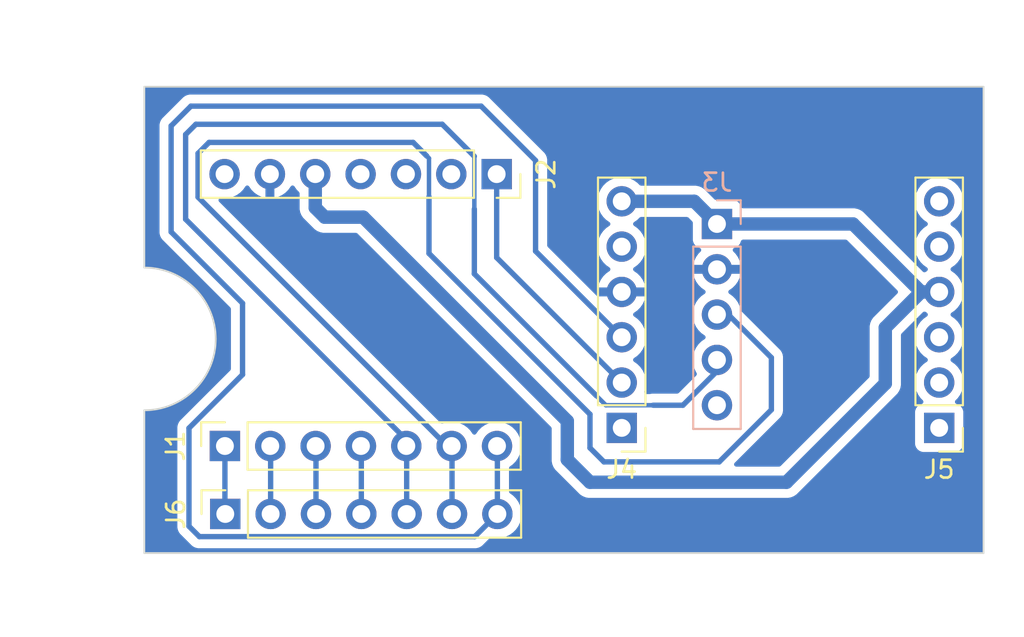
<source format=kicad_pcb>
(kicad_pcb (version 20240108) (generator "pcbnew") (generator_version "8.0")
  (layers (0 "F.Cu" signal) (31 "B.Cu" signal) (34 "B.Paste" user) (35 "F.Paste" user) (36 "B.SilkS" user "B.Silkscreen") (37 "F.SilkS" user "F.Silkscreen") (38 "B.Mask" user) (39 "F.Mask" user) (44 "Edge.Cuts" user))
  (net 0 "")
  (net 1 "/D0")
  (net 2 "/D1")
  (net 3 "/D2")
  (net 4 "/D3")
  (net 5 "/D4_SDA")
  (net 6 "/D5_SCL")
  (net 7 "/D6_TX")
  (net 8 "/D7_RX")
  (net 9 "/D8_SCK")
  (net 10 "/D9_MISO")
  (net 11 "/D10_MOSI")
  (net 12 "+3V3")
  (net 13 "GND")
  (net 14 "+5V")
  (footprint "Connector_PinHeader_2.54mm:PinHeader_1x06_P2.54mm_Vertical" (layer "F.Cu") (at 144.018 78.486 180)
    (property "Reference" "J5" (at 0 -2.33 360) (layer "F.SilkS"))
    (property "Value" "BNO085_Top")
    (fp_line (start 1.33 1.270001) (end 1.33 14.03) (stroke (width 0.12)) (layer "F.SilkS"))
    (fp_line (start -1.33 14.03) (end 1.33 14.03) (stroke (width 0.12)) (layer "F.SilkS"))
    (fp_line (start -1.33 1.270001) (end 1.33 1.270001) (stroke (width 0.12)) (layer "F.SilkS"))
    (fp_line (start -1.33 1.270001) (end -1.33 14.03) (stroke (width 0.12)) (layer "F.SilkS"))
    (fp_line (start -1.33 0) (end -1.33 -1.33) (stroke (width 0.12)) (layer "F.SilkS"))
    (fp_line (start -1.33 -1.33) (end 0 -1.33) (stroke (width 0.12)) (layer "F.SilkS"))
    (pad "1" thru_hole rect (at 0 0 180) (size 1.7 1.7) (drill 1) (layers "*.Cu" "*.Mask"))
    (pad "2" thru_hole oval (at 0 2.54 180) (size 1.7 1.7) (drill 1) (layers "*.Cu" "*.Mask"))
    (pad "3" thru_hole oval (at 0 5.079999 180) (size 1.7 1.7) (drill 1) (layers "*.Cu" "*.Mask"))
    (pad "4" thru_hole oval (at 0 7.62 180) (size 1.7 1.7) (drill 1) (layers "*.Cu" "*.Mask") (net 12 "+3V3"))
    (pad "5" thru_hole oval (at 0 10.16 180) (size 1.7 1.7) (drill 1) (layers "*.Cu" "*.Mask"))
    (pad "6" thru_hole oval (at 0 12.7 180) (size 1.7 1.7) (drill 1) (layers "*.Cu" "*.Mask"))
  )
  (footprint "Connector_PinSocket_2.54mm:PinSocket_1x07_P2.54mm_Vertical" (layer "F.Cu") (at 104.033 83.312 90)
    (property "Reference" "J6" (at 0 -2.77 90) (layer "F.SilkS"))
    (property "Value" "Xiao_Left_Headers")
    (fp_line (start 1.33 -1.33) (end 1.33 0) (stroke (width 0.12)) (layer "F.SilkS"))
    (fp_line (start 0 -1.33) (end 1.33 -1.33) (stroke (width 0.12)) (layer "F.SilkS"))
    (fp_line (start 1.33 1.27) (end 1.33 16.57) (stroke (width 0.12)) (layer "F.SilkS"))
    (fp_line (start -1.33 1.27) (end 1.33 1.27) (stroke (width 0.12)) (layer "F.SilkS"))
    (fp_line (start -1.33 1.27) (end -1.33 16.57) (stroke (width 0.12)) (layer "F.SilkS"))
    (fp_line (start -1.33 16.57) (end 1.33 16.57) (stroke (width 0.12)) (layer "F.SilkS"))
    (pad "1" thru_hole rect (at 0 0 90) (size 1.7 1.7) (drill 1) (layers "*.Cu" "*.Mask") (net 1 "/D0"))
    (pad "2" thru_hole oval (at 0 2.54 90) (size 1.7 1.7) (drill 1) (layers "*.Cu" "*.Mask") (net 2 "/D1"))
    (pad "3" thru_hole oval (at 0 5.08 90) (size 1.7 1.7) (drill 1) (layers "*.Cu" "*.Mask") (net 3 "/D2"))
    (pad "4" thru_hole oval (at 0 7.62 90) (size 1.7 1.7) (drill 1) (layers "*.Cu" "*.Mask") (net 4 "/D3"))
    (pad "5" thru_hole oval (at 0 10.16 90) (size 1.7 1.7) (drill 1) (layers "*.Cu" "*.Mask") (net 5 "/D4_SDA"))
    (pad "6" thru_hole oval (at 0 12.7 90) (size 1.7 1.7) (drill 1) (layers "*.Cu" "*.Mask") (net 6 "/D5_SCL"))
    (pad "7" thru_hole oval (at 0 15.24 90) (size 1.7 1.7) (drill 1) (layers "*.Cu" "*.Mask") (net 7 "/D6_TX"))
  )
  (footprint "Connector_PinHeader_2.54mm:PinHeader_1x06_P2.54mm_Vertical" (layer "F.Cu") (at 126.238 78.486 180)
    (property "Reference" "J4" (at 0 -2.33 360) (layer "F.SilkS"))
    (property "Value" "BNO085_Bottom")
    (fp_line (start 1.33 1.270001) (end 1.33 14.03) (stroke (width 0.12)) (layer "F.SilkS"))
    (fp_line (start -1.33 14.03) (end 1.33 14.03) (stroke (width 0.12)) (layer "F.SilkS"))
    (fp_line (start -1.33 1.270001) (end 1.33 1.270001) (stroke (width 0.12)) (layer "F.SilkS"))
    (fp_line (start -1.33 1.270001) (end -1.33 14.03) (stroke (width 0.12)) (layer "F.SilkS"))
    (fp_line (start -1.33 0) (end -1.33 -1.33) (stroke (width 0.12)) (layer "F.SilkS"))
    (fp_line (start -1.33 -1.33) (end 0 -1.33) (stroke (width 0.12)) (layer "F.SilkS"))
    (pad "1" thru_hole rect (at 0 0 180) (size 1.7 1.7) (drill 1) (layers "*.Cu" "*.Mask"))
    (pad "2" thru_hole oval (at 0 2.54 180) (size 1.7 1.7) (drill 1) (layers "*.Cu" "*.Mask") (net 8 "/D7_RX"))
    (pad "3" thru_hole oval (at 0 5.079999 180) (size 1.7 1.7) (drill 1) (layers "*.Cu" "*.Mask") (net 7 "/D6_TX"))
    (pad "4" thru_hole oval (at 0 7.62 180) (size 1.7 1.7) (drill 1) (layers "*.Cu" "*.Mask") (net 13 "GND"))
    (pad "5" thru_hole oval (at 0 10.16 180) (size 1.7 1.7) (drill 1) (layers "*.Cu" "*.Mask"))
    (pad "6" thru_hole oval (at 0 12.7 180) (size 1.7 1.7) (drill 1) (layers "*.Cu" "*.Mask") (net 12 "+3V3"))
  )
  (footprint "Connector_PinSocket_2.54mm:PinSocket_1x07_P2.54mm_Vertical" (layer "F.Cu") (at 119.233 64.262 -90)
    (property "Reference" "J2" (at 0 -2.77 90) (layer "F.SilkS"))
    (property "Value" "Xiao_Right")
    (fp_line (start -1.33 16.57) (end 1.33 16.57) (stroke (width 0.12)) (layer "F.SilkS"))
    (fp_line (start -1.33 1.27) (end -1.33 16.57) (stroke (width 0.12)) (layer "F.SilkS"))
    (fp_line (start -1.33 1.27) (end 1.33 1.27) (stroke (width 0.12)) (layer "F.SilkS"))
    (fp_line (start 1.33 1.27) (end 1.33 16.57) (stroke (width 0.12)) (layer "F.SilkS"))
    (fp_line (start 0 -1.33) (end 1.33 -1.33) (stroke (width 0.12)) (layer "F.SilkS"))
    (fp_line (start 1.33 -1.33) (end 1.33 0) (stroke (width 0.12)) (layer "F.SilkS"))
    (pad "1" thru_hole rect (at 0 0 270) (size 1.7 1.7) (drill 1) (layers "*.Cu" "*.Mask") (net 8 "/D7_RX"))
    (pad "2" thru_hole oval (at 0 2.54 270) (size 1.7 1.7) (drill 1) (layers "*.Cu" "*.Mask") (net 9 "/D8_SCK"))
    (pad "3" thru_hole oval (at 0 5.08 270) (size 1.7 1.7) (drill 1) (layers "*.Cu" "*.Mask") (net 10 "/D9_MISO"))
    (pad "4" thru_hole oval (at 0 7.62 270) (size 1.7 1.7) (drill 1) (layers "*.Cu" "*.Mask") (net 11 "/D10_MOSI"))
    (pad "5" thru_hole oval (at 0 10.16 270) (size 1.7 1.7) (drill 1) (layers "*.Cu" "*.Mask") (net 12 "+3V3"))
    (pad "6" thru_hole oval (at 0 12.7 270) (size 1.7 1.7) (drill 1) (layers "*.Cu" "*.Mask") (net 13 "GND"))
    (pad "7" thru_hole oval (at 0 15.24 270) (size 1.7 1.7) (drill 1) (layers "*.Cu" "*.Mask") (net 14 "+5V"))
  )
  (footprint "Connector_PinSocket_2.54mm:PinSocket_1x07_P2.54mm_Vertical" (layer "F.Cu") (at 104.013 79.502 90)
    (property "Reference" "J1" (at 0 -2.77 90) (layer "F.SilkS"))
    (property "Value" "Xiao_Left")
    (fp_line (start 1.33 -1.33) (end 1.33 0) (stroke (width 0.12)) (layer "F.SilkS"))
    (fp_line (start 0 -1.33) (end 1.33 -1.33) (stroke (width 0.12)) (layer "F.SilkS"))
    (fp_line (start 1.33 1.27) (end 1.33 16.57) (stroke (width 0.12)) (layer "F.SilkS"))
    (fp_line (start -1.33 1.27) (end 1.33 1.27) (stroke (width 0.12)) (layer "F.SilkS"))
    (fp_line (start -1.33 1.27) (end -1.33 16.57) (stroke (width 0.12)) (layer "F.SilkS"))
    (fp_line (start -1.33 16.57) (end 1.33 16.57) (stroke (width 0.12)) (layer "F.SilkS"))
    (pad "1" thru_hole rect (at 0 0 90) (size 1.7 1.7) (drill 1) (layers "*.Cu" "*.Mask") (net 1 "/D0"))
    (pad "2" thru_hole oval (at 0 2.54 90) (size 1.7 1.7) (drill 1) (layers "*.Cu" "*.Mask") (net 2 "/D1"))
    (pad "3" thru_hole oval (at 0 5.08 90) (size 1.7 1.7) (drill 1) (layers "*.Cu" "*.Mask") (net 3 "/D2"))
    (pad "4" thru_hole oval (at 0 7.62 90) (size 1.7 1.7) (drill 1) (layers "*.Cu" "*.Mask") (net 4 "/D3"))
    (pad "5" thru_hole oval (at 0 10.16 90) (size 1.7 1.7) (drill 1) (layers "*.Cu" "*.Mask") (net 5 "/D4_SDA"))
    (pad "6" thru_hole oval (at 0 12.7 90) (size 1.7 1.7) (drill 1) (layers "*.Cu" "*.Mask") (net 6 "/D5_SCL"))
    (pad "7" thru_hole oval (at 0 15.24 90) (size 1.7 1.7) (drill 1) (layers "*.Cu" "*.Mask") (net 7 "/D6_TX"))
  )
  (footprint "Connector_PinHeader_2.54mm:PinHeader_1x05_P2.54mm_Vertical" (layer "B.Cu") (at 131.572 67.056 180)
    (property "Reference" "J3" (at 0 2.33 360) (layer "B.SilkS") (effects (justify mirror)))
    (property "Value" "DRV2605_underboard")
    (fp_line (start 1.33 -1.270001) (end -1.33 -1.270001) (stroke (width 0.12)) (layer "B.SilkS"))
    (fp_line (start 1.33 -11.49) (end 1.33 -1.270001) (stroke (width 0.12)) (layer "B.SilkS"))
    (fp_line (start 1.33 -11.49) (end -1.33 -11.49) (stroke (width 0.12)) (layer "B.SilkS"))
    (fp_line (start 0 1.33) (end -1.33 1.33) (stroke (width 0.12)) (layer "B.SilkS"))
    (fp_line (start -1.33 1.33) (end -1.33 0) (stroke (width 0.12)) (layer "B.SilkS"))
    (fp_line (start -1.33 -11.49) (end -1.33 -1.270001) (stroke (width 0.12)) (layer "B.SilkS"))
    (pad "1" thru_hole rect (at 0 0 180) (size 1.7 1.7) (drill 1) (layers "*.Cu" "*.Mask") (net 12 "+3V3"))
    (pad "2" thru_hole oval (at 0 -2.54 180) (size 1.7 1.7) (drill 1) (layers "*.Cu" "*.Mask") (net 13 "GND"))
    (pad "3" thru_hole oval (at 0 -5.079999 180) (size 1.7 1.7) (drill 1) (layers "*.Cu" "*.Mask") (net 6 "/D5_SCL"))
    (pad "4" thru_hole oval (at 0 -7.62 180) (size 1.7 1.7) (drill 1) (layers "*.Cu" "*.Mask") (net 5 "/D4_SDA"))
    (pad "5" thru_hole oval (at 0 -10.16 180) (size 1.7 1.7) (drill 1) (layers "*.Cu" "*.Mask"))
  )
  (gr_line (start 146.5 59.365) (end 146.5 85.5) (stroke (width 0.1)) (layer "Edge.Cuts"))
  (gr_line (start 146.5 85.5) (end 99.5 85.5) (stroke (width 0.1)) (layer "Edge.Cuts"))
  (gr_line (start 146.5 59.365) (end 99.5 59.365) (stroke (width 0.1)) (layer "Edge.Cuts"))
  (gr_line (start 99.5 77.5) (end 99.5 85.5) (stroke (width 0.1)) (layer "Edge.Cuts"))
  (gr_line (start 99.5 69.5) (end 99.5 59.365) (stroke (width 0.1)) (layer "Edge.Cuts"))
  (gr_arc (start 99.5 69.5) (mid 102.328427 70.671573) (end 103.5 73.5) (stroke (width 0.1)) (layer "Edge.Cuts"))
  (gr_arc (start 103.5 73.5) (mid 102.328427 76.328427) (end 99.5 77.5) (stroke (width 0.1)) (layer "Edge.Cuts"))
  (segment (start 104.013 79.502) (end 104.013 83.292) (width 0.3) (layer "B.Cu") (net 1))
  (segment (start 104.013 83.292) (end 104.033 83.312) (width 0.3) (layer "B.Cu") (net 1))
  (segment (start 106.573 79.522) (end 106.553 79.502) (width 0.3) (layer "B.Cu") (net 2))
  (segment (start 106.573 83.312) (end 106.573 79.522) (width 0.3) (layer "B.Cu") (net 2))
  (segment (start 109.113 79.522) (end 109.093 79.502) (width 0.3) (layer "B.Cu") (net 3))
  (segment (start 109.113 83.312) (end 109.113 79.522) (width 0.3) (layer "B.Cu") (net 3))
  (segment (start 111.653 83.312) (end 111.653 79.522) (width 0.3) (layer "B.Cu") (net 4))
  (segment (start 111.653 79.522) (end 111.633 79.502) (width 0.3) (layer "B.Cu") (net 4))
  (segment (start 114.193 83.312) (end 114.193 79.522) (width 0.3) (layer "B.Cu") (net 5))
  (segment (start 116.185 61.468) (end 102.386 61.468) (width 0.3) (layer "B.Cu") (net 5))
  (segment (start 128 77.216) (end 129.667001 77.216) (width 0.3) (layer "B.Cu") (net 5))
  (segment (start 125.349 77.216) (end 124.8165 76.6835) (width 0.25) (layer "B.Cu") (net 5))
  (segment (start 129.667001 77.216) (end 131.572 75.311001) (width 0.3) (layer "B.Cu") (net 5))
  (segment (start 101.812 66.79) (end 114.173 79.151) (width 0.3) (layer "B.Cu") (net 5))
  (segment (start 128 77.216) (end 125.349 77.216) (width 0.25) (layer "B.Cu") (net 5))
  (segment (start 114.193 79.522) (end 114.173 79.502) (width 0.3) (layer "B.Cu") (net 5))
  (segment (start 124.8165 76.6835) (end 117.983 69.85) (width 0.3) (layer "B.Cu") (net 5))
  (segment (start 117.983 66.221) (end 117.983 63.266) (width 0.25) (layer "B.Cu") (net 5))
  (segment (start 117.983 69.85) (end 117.983 66.221) (width 0.3) (layer "B.Cu") (net 5))
  (segment (start 102.386 61.468) (end 101.812 62.042) (width 0.3) (layer "B.Cu") (net 5))
  (segment (start 101.812 62.042) (end 101.812 66.79) (width 0.3) (layer "B.Cu") (net 5))
  (segment (start 117.983 63.266) (end 116.185 61.468) (width 0.3) (layer "B.Cu") (net 5))
  (segment (start 131.572 75.311001) (end 131.572 74.676) (width 0.3) (layer "B.Cu") (net 5))
  (segment (start 114.173 79.151) (end 114.173 79.502) (width 0.3) (layer "B.Cu") (net 5))
  (segment (start 124.46 77.724) (end 124.46 79.609) (width 0.3) (layer "B.Cu") (net 6))
  (segment (start 115.443 65.532) (end 115.443 68.707) (width 0.3) (layer "B.Cu") (net 6))
  (segment (start 134.62 77.47) (end 134.62 74.549) (width 0.3) (layer "B.Cu") (net 6))
  (segment (start 115.443 68.707) (end 124.46 77.724) (width 0.3) (layer "B.Cu") (net 6))
  (segment (start 116.733 79.522) (end 116.713 79.502) (width 0.3) (layer "B.Cu") (net 6))
  (segment (start 115.316 63.246) (end 114.554 62.484) (width 0.3) (layer "B.Cu") (net 6))
  (segment (start 132.206999 72.135999) (end 131.572 72.135999) (width 0.3) (layer "B.Cu") (net 6))
  (segment (start 115.316 63.246) (end 115.443 63.373) (width 0.25) (layer "B.Cu") (net 6))
  (segment (start 116.733 83.312) (end 116.733 79.522) (width 0.3) (layer "B.Cu") (net 6))
  (segment (start 115.443 63.373) (end 115.443 65.532) (width 0.25) (layer "B.Cu") (net 6))
  (segment (start 102.508 65.551) (end 116.459 79.502) (width 0.3) (layer "B.Cu") (net 6))
  (segment (start 125.242 80.391) (end 131.699 80.391) (width 0.3) (layer "B.Cu") (net 6))
  (segment (start 103.124 62.484) (end 102.508 63.1) (width 0.3) (layer "B.Cu") (net 6))
  (segment (start 134.62 74.549) (end 132.206999 72.135999) (width 0.3) (layer "B.Cu") (net 6))
  (segment (start 102.508 63.1) (end 102.508 65.551) (width 0.3) (layer "B.Cu") (net 6))
  (segment (start 114.554 62.484) (end 103.124 62.484) (width 0.3) (layer "B.Cu") (net 6))
  (segment (start 124.46 79.609) (end 125.242 80.391) (width 0.3) (layer "B.Cu") (net 6))
  (segment (start 116.459 79.502) (end 116.713 79.502) (width 0.3) (layer "B.Cu") (net 6))
  (segment (start 131.699 80.391) (end 134.62 77.47) (width 0.3) (layer "B.Cu") (net 6))
  (segment (start 102 84) (end 102 78.5) (width 0.3) (layer "B.Cu") (net 7))
  (segment (start 118.364 60.452) (end 121.412 63.5) (width 0.3) (layer "B.Cu") (net 7))
  (segment (start 121.412 68.580001) (end 126.238 73.406001) (width 0.3) (layer "B.Cu") (net 7))
  (segment (start 101 67.5) (end 101 61.56) (width 0.3) (layer "B.Cu") (net 7))
  (segment (start 121.412 63.5) (end 121.412 68.580001) (width 0.3) (layer "B.Cu") (net 7))
  (segment (start 118.003 84.582) (end 102.582 84.582) (width 0.3) (layer "B.Cu") (net 7))
  (segment (start 119.273 83.312) (end 119.273 79.522) (width 0.3) (layer "B.Cu") (net 7))
  (segment (start 119.273 79.522) (end 119.253 79.502) (width 0.3) (layer "B.Cu") (net 7))
  (segment (start 102.108 60.452) (end 118.364 60.452) (width 0.3) (layer "B.Cu") (net 7))
  (segment (start 101 61.56) (end 102.108 60.452) (width 0.3) (layer "B.Cu") (net 7))
  (segment (start 102.582 84.582) (end 102 84) (width 0.3) (layer "B.Cu") (net 7))
  (segment (start 119.273 83.312) (end 118.003 84.582) (width 0.3) (layer "B.Cu") (net 7))
  (segment (start 105 71.5) (end 101 67.5) (width 0.3) (layer "B.Cu") (net 7))
  (segment (start 102 78.5) (end 105 75.5) (width 0.3) (layer "B.Cu") (net 7))
  (segment (start 105 75.5) (end 105 71.5) (width 0.3) (layer "B.Cu") (net 7))
  (segment (start 119.233 68.941) (end 126.238 75.946) (width 0.3) (layer "B.Cu") (net 8))
  (segment (start 119.233 64.262) (end 119.233 68.941) (width 0.3) (layer "B.Cu") (net 8))
  (segment (start 109.073 64.262) (end 109.073 66.147) (width 0.75) (layer "B.Cu") (net 12))
  (segment (start 109.601 66.675) (end 111.76 66.675) (width 0.75) (layer "B.Cu") (net 12))
  (segment (start 111.76 66.675) (end 123.19 78.105) (width 0.75) (layer "B.Cu") (net 12))
  (segment (start 130.302 65.786) (end 126.238 65.786) (width 0.75) (layer "B.Cu") (net 12))
  (segment (start 141 76) (end 141 72.868) (width 0.75) (layer "B.Cu") (net 12))
  (segment (start 143.002 70.866) (end 139.192001 67.056001) (width 0.75) (layer "B.Cu") (net 12))
  (segment (start 135.466 81.534) (end 141 76) (width 0.75) (layer "B.Cu") (net 12))
  (segment (start 123.19 80.264) (end 124.46 81.534) (width 0.75) (layer "B.Cu") (net 12))
  (segment (start 139.192001 67.056001) (end 131.572001 67.056001) (width 0.75) (layer "B.Cu") (net 12))
  (segment (start 131.572001 67.056001) (end 131.572 67.056) (width 0.75) (layer "B.Cu") (net 12))
  (segment (start 141 72.868) (end 143.002 70.866) (width 0.75) (layer "B.Cu") (net 12))
  (segment (start 131.572 67.056) (end 130.302 65.786) (width 0.75) (layer "B.Cu") (net 12))
  (segment (start 123.19 78.105) (end 123.19 80.264) (width 0.75) (layer "B.Cu") (net 12))
  (segment (start 109.073 66.147) (end 109.601 66.675) (width 0.75) (layer "B.Cu") (net 12))
  (segment (start 124.46 81.534) (end 135.466 81.534) (width 0.75) (layer "B.Cu") (net 12))
  (segment (start 143.002 70.866) (end 144.018 70.866) (width 0.75) (layer "B.Cu") (net 12))
  (zone (net 13) (net_name "GND") (layer "B.Cu") (connect_pads (clearance 0.5)) (min_thickness 0.25) (fill yes (thermal_gap 0.5) (thermal_bridge_width 0.5))
    (polygon (pts (xy 99.195 59.055) (xy 146.82 59.055) (xy 146.82 85.725) (xy 99.195 85.725)))
  )
)
</source>
